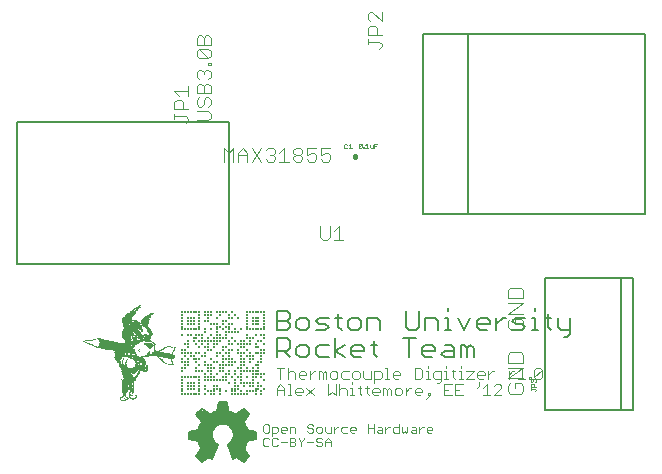
<source format=gto>
G75*
G70*
%OFA0B0*%
%FSLAX24Y24*%
%IPPOS*%
%LPD*%
%AMOC8*
5,1,8,0,0,1.08239X$1,22.5*
%
%ADD10C,0.0060*%
%ADD11C,0.0030*%
%ADD12R,0.0098X0.0098*%
%ADD13R,0.0060X0.0020*%
%ADD14R,0.0020X0.0020*%
%ADD15R,0.0100X0.0020*%
%ADD16R,0.0040X0.0020*%
%ADD17R,0.0080X0.0020*%
%ADD18R,0.0120X0.0020*%
%ADD19R,0.0140X0.0020*%
%ADD20R,0.0200X0.0020*%
%ADD21R,0.0160X0.0020*%
%ADD22R,0.0180X0.0020*%
%ADD23R,0.0220X0.0020*%
%ADD24R,0.0360X0.0020*%
%ADD25R,0.0340X0.0020*%
%ADD26R,0.0320X0.0020*%
%ADD27R,0.0420X0.0020*%
%ADD28R,0.0440X0.0020*%
%ADD29R,0.0400X0.0020*%
%ADD30R,0.0380X0.0020*%
%ADD31R,0.0300X0.0020*%
%ADD32R,0.0460X0.0020*%
%ADD33R,0.0480X0.0020*%
%ADD34R,0.0520X0.0020*%
%ADD35R,0.0540X0.0020*%
%ADD36R,0.0260X0.0020*%
%ADD37R,0.0580X0.0020*%
%ADD38R,0.0800X0.0020*%
%ADD39R,0.0280X0.0020*%
%ADD40R,0.0240X0.0020*%
%ADD41R,0.0500X0.0020*%
%ADD42R,0.0620X0.0020*%
%ADD43R,0.0760X0.0020*%
%ADD44R,0.0840X0.0020*%
%ADD45R,0.0780X0.0020*%
%ADD46R,0.0680X0.0020*%
%ADD47R,0.0660X0.0020*%
%ADD48R,0.0880X0.0020*%
%ADD49R,0.1080X0.0020*%
%ADD50R,0.1180X0.0020*%
%ADD51R,0.1240X0.0020*%
%ADD52R,0.1200X0.0020*%
%ADD53R,0.1100X0.0020*%
%ADD54R,0.1060X0.0020*%
%ADD55R,0.1040X0.0020*%
%ADD56R,0.1020X0.0020*%
%ADD57R,0.0700X0.0020*%
%ADD58R,0.0600X0.0020*%
%ADD59R,0.0560X0.0020*%
%ADD60C,0.0040*%
%ADD61C,0.0050*%
%ADD62C,0.0160*%
%ADD63C,0.0010*%
%ADD64C,0.0080*%
D10*
X005901Y001981D02*
X005901Y002241D01*
X006201Y002301D01*
X006251Y002281D02*
X006351Y002581D01*
X006151Y002781D01*
X006301Y002931D01*
X006601Y002781D01*
X006901Y002931D01*
X006851Y002931D01*
X006901Y003181D01*
X007151Y003181D01*
X007151Y002881D01*
X007451Y002781D01*
X007701Y002931D01*
X007851Y002831D01*
X007701Y002531D01*
X007801Y002281D01*
X008101Y002231D01*
X008101Y001981D01*
X007801Y001981D01*
X007701Y001631D01*
X007851Y001431D01*
X007701Y001281D01*
X007501Y001431D01*
X007401Y001381D01*
X007201Y001781D01*
X007401Y001981D01*
X007401Y002231D01*
X007251Y002481D01*
X007001Y002531D01*
X006701Y002431D01*
X006751Y002431D01*
X006601Y002181D01*
X006701Y001881D01*
X006801Y001781D01*
X006651Y001381D01*
X006551Y001431D01*
X006351Y001281D01*
X006201Y001431D01*
X006351Y001681D01*
X006251Y001931D01*
X005951Y002031D01*
X005951Y001981D01*
X005951Y002231D01*
X006251Y002281D01*
X006253Y002289D02*
X006666Y002289D01*
X006701Y002348D02*
X006273Y002348D01*
X006292Y002406D02*
X006736Y002406D01*
X006801Y002465D02*
X006312Y002465D01*
X006331Y002523D02*
X006976Y002523D01*
X007042Y002523D02*
X007704Y002523D01*
X007721Y002551D02*
X007901Y002811D01*
X007711Y002991D01*
X007451Y002811D01*
X007508Y002816D02*
X007843Y002816D01*
X007814Y002757D02*
X006175Y002757D01*
X006185Y002816D02*
X006532Y002816D01*
X006581Y002811D02*
X006321Y002991D01*
X006131Y002811D01*
X006311Y002551D01*
X006351Y002582D02*
X007726Y002582D01*
X007755Y002640D02*
X006292Y002640D01*
X006234Y002699D02*
X007785Y002699D01*
X007786Y002874D02*
X007606Y002874D01*
X007348Y002816D02*
X006670Y002816D01*
X006787Y002874D02*
X007172Y002874D01*
X007201Y002911D02*
X007151Y003231D01*
X006881Y003231D01*
X006831Y002911D01*
X006851Y002933D02*
X007151Y002933D01*
X007151Y002991D02*
X006863Y002991D01*
X006875Y003050D02*
X007151Y003050D01*
X007151Y003109D02*
X006886Y003109D01*
X006898Y003167D02*
X007151Y003167D01*
X007261Y002465D02*
X007728Y002465D01*
X007751Y002406D02*
X007296Y002406D01*
X007331Y002348D02*
X007774Y002348D01*
X007798Y002289D02*
X007366Y002289D01*
X007401Y002230D02*
X008101Y002230D01*
X008131Y002241D02*
X008131Y001981D01*
X007831Y001931D01*
X007788Y001938D02*
X007357Y001938D01*
X007401Y001996D02*
X008101Y001996D01*
X008101Y002055D02*
X007401Y002055D01*
X007401Y002113D02*
X008101Y002113D01*
X008101Y002172D02*
X007401Y002172D01*
X007299Y001879D02*
X007772Y001879D01*
X007755Y001821D02*
X007240Y001821D01*
X007211Y001762D02*
X007738Y001762D01*
X007722Y001704D02*
X007240Y001704D01*
X007269Y001645D02*
X007705Y001645D01*
X007731Y001661D02*
X007901Y001421D01*
X007711Y001231D01*
X007471Y001401D01*
X007371Y001341D01*
X007181Y001791D01*
X007731Y001661D02*
X007754Y001702D01*
X007775Y001745D01*
X007793Y001790D01*
X007808Y001835D01*
X007821Y001881D01*
X007831Y001928D01*
X007735Y001586D02*
X007298Y001586D01*
X007328Y001528D02*
X007779Y001528D01*
X007822Y001469D02*
X007357Y001469D01*
X007386Y001411D02*
X007460Y001411D01*
X007528Y001411D02*
X007830Y001411D01*
X007772Y001352D02*
X007606Y001352D01*
X007685Y001294D02*
X007713Y001294D01*
X006861Y001791D02*
X006661Y001341D01*
X006561Y001401D01*
X006321Y001231D01*
X006141Y001421D01*
X006301Y001661D01*
X006329Y001645D02*
X006750Y001645D01*
X006772Y001704D02*
X006342Y001704D01*
X006319Y001762D02*
X006794Y001762D01*
X006762Y001821D02*
X006295Y001821D01*
X006272Y001879D02*
X006703Y001879D01*
X006682Y001938D02*
X006232Y001938D01*
X006201Y001931D02*
X005901Y001981D01*
X005951Y002055D02*
X006643Y002055D01*
X006624Y002113D02*
X005951Y002113D01*
X005951Y002172D02*
X006604Y002172D01*
X006630Y002230D02*
X005951Y002230D01*
X006056Y001996D02*
X006663Y001996D01*
X006584Y002815D02*
X006629Y002840D01*
X006676Y002863D01*
X006724Y002882D01*
X006773Y002899D01*
X006823Y002912D01*
X006415Y002874D02*
X006244Y002874D01*
X006861Y001801D02*
X006828Y001819D01*
X006798Y001840D01*
X006769Y001864D01*
X006743Y001891D01*
X006721Y001920D01*
X006701Y001952D01*
X006684Y001985D01*
X006671Y002020D01*
X006662Y002056D01*
X006656Y002093D01*
X006654Y002130D01*
X006656Y002167D01*
X006661Y002204D01*
X006671Y002240D01*
X006683Y002275D01*
X006700Y002309D01*
X006719Y002340D01*
X006742Y002370D01*
X006768Y002397D01*
X006796Y002421D01*
X006827Y002442D01*
X006859Y002460D01*
X006893Y002475D01*
X006929Y002486D01*
X006965Y002494D01*
X007002Y002498D01*
X007040Y002498D01*
X007077Y002494D01*
X007113Y002486D01*
X007149Y002475D01*
X007183Y002460D01*
X007215Y002442D01*
X007246Y002421D01*
X007274Y002397D01*
X007300Y002370D01*
X007323Y002340D01*
X007342Y002309D01*
X007359Y002275D01*
X007371Y002240D01*
X007381Y002204D01*
X007386Y002167D01*
X007388Y002130D01*
X007386Y002093D01*
X007380Y002056D01*
X007371Y002020D01*
X007358Y001985D01*
X007341Y001952D01*
X007321Y001920D01*
X007299Y001891D01*
X007273Y001864D01*
X007244Y001840D01*
X007214Y001819D01*
X007181Y001801D01*
X007830Y002302D02*
X007815Y002354D01*
X007796Y002405D01*
X007774Y002455D01*
X007749Y002503D01*
X007720Y002550D01*
X007831Y002301D02*
X008131Y002241D01*
X007455Y002813D02*
X007408Y002840D01*
X007359Y002863D01*
X007309Y002883D01*
X007258Y002900D01*
X007206Y002914D01*
X006312Y002546D02*
X006285Y002500D01*
X006261Y002452D01*
X006240Y002403D01*
X006222Y002352D01*
X006208Y002301D01*
X006294Y001586D02*
X006728Y001586D01*
X006706Y001528D02*
X006259Y001528D01*
X006224Y001469D02*
X006684Y001469D01*
X006662Y001411D02*
X006592Y001411D01*
X006524Y001411D02*
X006222Y001411D01*
X006280Y001352D02*
X006445Y001352D01*
X006367Y001294D02*
X006339Y001294D01*
X006305Y001664D02*
X006277Y001714D01*
X006253Y001766D01*
X006232Y001819D01*
X006215Y001874D01*
X006202Y001930D01*
X008831Y004711D02*
X008831Y005352D01*
X009151Y005352D01*
X009258Y005245D01*
X009258Y005032D01*
X009151Y004925D01*
X008831Y004925D01*
X009044Y004925D02*
X009258Y004711D01*
X009475Y004818D02*
X009582Y004711D01*
X009796Y004711D01*
X009902Y004818D01*
X009902Y005032D01*
X009796Y005138D01*
X009582Y005138D01*
X009475Y005032D01*
X009475Y004818D01*
X010120Y004818D02*
X010227Y004711D01*
X010547Y004711D01*
X010765Y004711D02*
X010765Y005352D01*
X010547Y005138D02*
X010227Y005138D01*
X010120Y005032D01*
X010120Y004818D01*
X010765Y004925D02*
X011085Y005138D01*
X011302Y005032D02*
X011302Y004818D01*
X011408Y004711D01*
X011622Y004711D01*
X011729Y004925D02*
X011302Y004925D01*
X011302Y005032D02*
X011408Y005138D01*
X011622Y005138D01*
X011729Y005032D01*
X011729Y004925D01*
X011946Y005138D02*
X012160Y005138D01*
X012053Y005245D02*
X012053Y004818D01*
X012160Y004711D01*
X013020Y005352D02*
X013447Y005352D01*
X013234Y005352D02*
X013234Y004711D01*
X013665Y004818D02*
X013665Y005032D01*
X013772Y005138D01*
X013985Y005138D01*
X014092Y005032D01*
X014092Y004925D01*
X013665Y004925D01*
X013665Y004818D02*
X013772Y004711D01*
X013985Y004711D01*
X014309Y004818D02*
X014416Y004711D01*
X014736Y004711D01*
X014736Y005032D01*
X014630Y005138D01*
X014416Y005138D01*
X014416Y004925D02*
X014736Y004925D01*
X014954Y005138D02*
X014954Y004711D01*
X015167Y004711D02*
X015167Y005032D01*
X015274Y005138D01*
X015381Y005032D01*
X015381Y004711D01*
X015167Y005032D02*
X015061Y005138D01*
X014954Y005138D01*
X015060Y005611D02*
X015274Y006038D01*
X015491Y005932D02*
X015598Y006038D01*
X015811Y006038D01*
X015918Y005932D01*
X015918Y005825D01*
X015491Y005825D01*
X015491Y005718D02*
X015491Y005932D01*
X015491Y005718D02*
X015598Y005611D01*
X015811Y005611D01*
X016136Y005611D02*
X016136Y006038D01*
X016136Y005825D02*
X016349Y006038D01*
X016456Y006038D01*
X016673Y005932D02*
X016779Y006038D01*
X017100Y006038D01*
X017317Y006038D02*
X017424Y006038D01*
X017424Y005611D01*
X017317Y005611D02*
X017531Y005611D01*
X017854Y005718D02*
X017854Y006145D01*
X017960Y006038D02*
X017747Y006038D01*
X017424Y006252D02*
X017424Y006359D01*
X016993Y005825D02*
X016779Y005825D01*
X016673Y005932D01*
X016673Y005611D02*
X016993Y005611D01*
X017100Y005718D01*
X016993Y005825D01*
X017854Y005718D02*
X017960Y005611D01*
X018177Y005718D02*
X018283Y005611D01*
X018604Y005611D01*
X018604Y005505D02*
X018497Y005398D01*
X018390Y005398D01*
X018604Y005505D02*
X018604Y006038D01*
X018177Y006038D02*
X018177Y005718D01*
X015060Y005611D02*
X014847Y006038D01*
X014524Y006038D02*
X014524Y005611D01*
X014630Y005611D02*
X014417Y005611D01*
X014199Y005611D02*
X014199Y005932D01*
X014093Y006038D01*
X013772Y006038D01*
X013772Y005611D01*
X013555Y005718D02*
X013555Y006252D01*
X013128Y006252D02*
X013128Y005718D01*
X013235Y005611D01*
X013448Y005611D01*
X013555Y005718D01*
X014417Y006038D02*
X014524Y006038D01*
X014524Y006252D02*
X014524Y006359D01*
X014416Y004925D02*
X014309Y004818D01*
X012266Y005611D02*
X012266Y005932D01*
X012159Y006038D01*
X011839Y006038D01*
X011839Y005611D01*
X011621Y005718D02*
X011621Y005932D01*
X011514Y006038D01*
X011301Y006038D01*
X011194Y005932D01*
X011194Y005718D01*
X011301Y005611D01*
X011514Y005611D01*
X011621Y005718D01*
X010978Y005611D02*
X010871Y005718D01*
X010871Y006145D01*
X010765Y006038D02*
X010978Y006038D01*
X010547Y006038D02*
X010227Y006038D01*
X010120Y005932D01*
X010227Y005825D01*
X010440Y005825D01*
X010547Y005718D01*
X010440Y005611D01*
X010120Y005611D01*
X009902Y005718D02*
X009902Y005932D01*
X009796Y006038D01*
X009582Y006038D01*
X009475Y005932D01*
X009475Y005718D01*
X009582Y005611D01*
X009796Y005611D01*
X009902Y005718D01*
X009258Y005718D02*
X009151Y005611D01*
X008831Y005611D01*
X008831Y006252D01*
X009151Y006252D01*
X009258Y006145D01*
X009258Y006038D01*
X009151Y005932D01*
X008831Y005932D01*
X009151Y005932D02*
X009258Y005825D01*
X009258Y005718D01*
X010765Y004925D02*
X011085Y004711D01*
D11*
X011026Y004243D02*
X010964Y004182D01*
X010964Y004058D01*
X011026Y003996D01*
X011211Y003996D01*
X011333Y004058D02*
X011333Y004182D01*
X011394Y004243D01*
X011518Y004243D01*
X011580Y004182D01*
X011580Y004058D01*
X011518Y003996D01*
X011394Y003996D01*
X011333Y004058D01*
X011333Y003878D02*
X011333Y003817D01*
X011333Y003693D02*
X011333Y003446D01*
X011271Y003446D02*
X011395Y003446D01*
X011579Y003508D02*
X011579Y003755D01*
X011640Y003693D02*
X011517Y003693D01*
X011333Y003693D02*
X011271Y003693D01*
X011150Y003632D02*
X011150Y003446D01*
X011150Y003632D02*
X011088Y003693D01*
X010965Y003693D01*
X010903Y003632D01*
X010903Y003817D02*
X010903Y003446D01*
X010782Y003446D02*
X010782Y003817D01*
X010781Y003996D02*
X010843Y004058D01*
X010843Y004182D01*
X010781Y004243D01*
X010658Y004243D01*
X010596Y004182D01*
X010596Y004058D01*
X010658Y003996D01*
X010781Y003996D01*
X010535Y003817D02*
X010535Y003446D01*
X010658Y003570D01*
X010782Y003446D01*
X010475Y003996D02*
X010475Y004182D01*
X010413Y004243D01*
X010351Y004182D01*
X010351Y003996D01*
X010228Y003996D02*
X010228Y004243D01*
X010289Y004243D01*
X010351Y004182D01*
X010106Y004243D02*
X010044Y004243D01*
X009921Y004120D01*
X009799Y004120D02*
X009553Y004120D01*
X009553Y004058D02*
X009553Y004182D01*
X009614Y004243D01*
X009738Y004243D01*
X009799Y004182D01*
X009799Y004120D01*
X009738Y003996D02*
X009614Y003996D01*
X009553Y004058D01*
X009431Y003996D02*
X009431Y004182D01*
X009369Y004243D01*
X009246Y004243D01*
X009184Y004182D01*
X009184Y004367D02*
X009184Y003996D01*
X009184Y003817D02*
X009246Y003817D01*
X009246Y003446D01*
X009184Y003446D02*
X009308Y003446D01*
X009430Y003508D02*
X009430Y003632D01*
X009491Y003693D01*
X009615Y003693D01*
X009677Y003632D01*
X009677Y003570D01*
X009430Y003570D01*
X009430Y003508D02*
X009491Y003446D01*
X009615Y003446D01*
X009798Y003446D02*
X010045Y003693D01*
X009798Y003693D02*
X010045Y003446D01*
X009921Y003996D02*
X009921Y004243D01*
X009063Y004367D02*
X008816Y004367D01*
X008939Y004367D02*
X008939Y003996D01*
X008939Y003817D02*
X009063Y003693D01*
X009063Y003446D01*
X009063Y003632D02*
X008816Y003632D01*
X008816Y003693D02*
X008939Y003817D01*
X008816Y003693D02*
X008816Y003446D01*
X008511Y002487D02*
X008414Y002487D01*
X008366Y002438D01*
X008366Y002245D01*
X008414Y002196D01*
X008511Y002196D01*
X008559Y002245D01*
X008559Y002438D01*
X008511Y002487D01*
X008661Y002390D02*
X008806Y002390D01*
X008854Y002342D01*
X008854Y002245D01*
X008806Y002196D01*
X008661Y002196D01*
X008661Y002100D02*
X008661Y002390D01*
X008955Y002342D02*
X009004Y002390D01*
X009100Y002390D01*
X009149Y002342D01*
X009149Y002293D01*
X008955Y002293D01*
X008955Y002245D02*
X008955Y002342D01*
X008955Y002245D02*
X009004Y002196D01*
X009100Y002196D01*
X009250Y002196D02*
X009250Y002390D01*
X009395Y002390D01*
X009443Y002342D01*
X009443Y002196D01*
X009395Y002037D02*
X009250Y002037D01*
X009250Y001746D01*
X009395Y001746D01*
X009443Y001795D01*
X009443Y001843D01*
X009395Y001892D01*
X009250Y001892D01*
X009149Y001892D02*
X008955Y001892D01*
X008854Y001988D02*
X008806Y002037D01*
X008709Y002037D01*
X008661Y001988D01*
X008661Y001795D01*
X008709Y001746D01*
X008806Y001746D01*
X008854Y001795D01*
X008559Y001795D02*
X008511Y001746D01*
X008414Y001746D01*
X008366Y001795D01*
X008366Y001988D01*
X008414Y002037D01*
X008511Y002037D01*
X008559Y001988D01*
X009395Y002037D02*
X009443Y001988D01*
X009443Y001940D01*
X009395Y001892D01*
X009545Y001988D02*
X009641Y001892D01*
X009641Y001746D01*
X009641Y001892D02*
X009738Y001988D01*
X009738Y002037D01*
X009839Y001892D02*
X010033Y001892D01*
X010134Y001940D02*
X010182Y001892D01*
X010279Y001892D01*
X010327Y001843D01*
X010327Y001795D01*
X010279Y001746D01*
X010182Y001746D01*
X010134Y001795D01*
X010134Y001940D02*
X010134Y001988D01*
X010182Y002037D01*
X010279Y002037D01*
X010327Y001988D01*
X010428Y001940D02*
X010525Y002037D01*
X010622Y001940D01*
X010622Y001746D01*
X010622Y001892D02*
X010428Y001892D01*
X010428Y001940D02*
X010428Y001746D01*
X010477Y002196D02*
X010622Y002196D01*
X010622Y002390D01*
X010723Y002390D02*
X010723Y002196D01*
X010723Y002293D02*
X010820Y002390D01*
X010868Y002390D01*
X010969Y002342D02*
X011017Y002390D01*
X011162Y002390D01*
X011263Y002342D02*
X011312Y002390D01*
X011408Y002390D01*
X011457Y002342D01*
X011457Y002293D01*
X011263Y002293D01*
X011263Y002245D02*
X011263Y002342D01*
X011263Y002245D02*
X011312Y002196D01*
X011408Y002196D01*
X011162Y002196D02*
X011017Y002196D01*
X010969Y002245D01*
X010969Y002342D01*
X010477Y002196D02*
X010428Y002245D01*
X010428Y002390D01*
X010327Y002342D02*
X010279Y002390D01*
X010182Y002390D01*
X010134Y002342D01*
X010134Y002245D01*
X010182Y002196D01*
X010279Y002196D01*
X010327Y002245D01*
X010327Y002342D01*
X010033Y002293D02*
X010033Y002245D01*
X009984Y002196D01*
X009888Y002196D01*
X009839Y002245D01*
X009888Y002342D02*
X009984Y002342D01*
X010033Y002293D01*
X010033Y002438D02*
X009984Y002487D01*
X009888Y002487D01*
X009839Y002438D01*
X009839Y002390D01*
X009888Y002342D01*
X009545Y002037D02*
X009545Y001988D01*
X011579Y003508D02*
X011640Y003446D01*
X011824Y003508D02*
X011824Y003755D01*
X011762Y003693D02*
X011886Y003693D01*
X012008Y003632D02*
X012008Y003508D01*
X012070Y003446D01*
X012193Y003446D01*
X012255Y003570D02*
X012008Y003570D01*
X012008Y003632D02*
X012070Y003693D01*
X012193Y003693D01*
X012255Y003632D01*
X012255Y003570D01*
X012376Y003693D02*
X012438Y003693D01*
X012500Y003632D01*
X012561Y003693D01*
X012623Y003632D01*
X012623Y003446D01*
X012500Y003446D02*
X012500Y003632D01*
X012376Y003693D02*
X012376Y003446D01*
X012744Y003508D02*
X012806Y003446D01*
X012930Y003446D01*
X012991Y003508D01*
X012991Y003632D01*
X012930Y003693D01*
X012806Y003693D01*
X012744Y003632D01*
X012744Y003508D01*
X013113Y003446D02*
X013113Y003693D01*
X013113Y003570D02*
X013236Y003693D01*
X013298Y003693D01*
X013420Y003632D02*
X013420Y003508D01*
X013481Y003446D01*
X013605Y003446D01*
X013666Y003570D02*
X013420Y003570D01*
X013420Y003632D02*
X013481Y003693D01*
X013605Y003693D01*
X013666Y003632D01*
X013666Y003570D01*
X013850Y003508D02*
X013850Y003446D01*
X013911Y003446D01*
X013911Y003508D01*
X013850Y003508D01*
X013911Y003446D02*
X013788Y003323D01*
X014402Y003446D02*
X014402Y003817D01*
X014649Y003817D01*
X014770Y003817D02*
X014770Y003446D01*
X015017Y003446D01*
X014894Y003632D02*
X014770Y003632D01*
X014770Y003817D02*
X015017Y003817D01*
X015016Y003996D02*
X014893Y003996D01*
X014955Y003996D02*
X014955Y004243D01*
X014893Y004243D01*
X014771Y004243D02*
X014647Y004243D01*
X014709Y004305D02*
X014709Y004058D01*
X014771Y003996D01*
X014525Y003996D02*
X014402Y003996D01*
X014464Y003996D02*
X014464Y004243D01*
X014402Y004243D01*
X014280Y004243D02*
X014095Y004243D01*
X014034Y004182D01*
X014034Y004058D01*
X014095Y003996D01*
X014280Y003996D01*
X014280Y003935D02*
X014219Y003873D01*
X014157Y003873D01*
X014280Y003935D02*
X014280Y004243D01*
X014464Y004367D02*
X014464Y004428D01*
X014955Y004428D02*
X014955Y004367D01*
X015138Y004243D02*
X015385Y004243D01*
X015138Y003996D01*
X015385Y003996D01*
X015507Y004058D02*
X015507Y004182D01*
X015568Y004243D01*
X015692Y004243D01*
X015754Y004182D01*
X015754Y004120D01*
X015507Y004120D01*
X015507Y004058D02*
X015568Y003996D01*
X015692Y003996D01*
X015568Y003878D02*
X015568Y003755D01*
X015507Y003693D01*
X015691Y003693D02*
X015814Y003817D01*
X015814Y003446D01*
X015691Y003446D02*
X015938Y003446D01*
X016059Y003446D02*
X016306Y003693D01*
X016306Y003755D01*
X016244Y003817D01*
X016121Y003817D01*
X016059Y003755D01*
X016059Y003446D02*
X016306Y003446D01*
X016550Y003996D02*
X016550Y004243D01*
X016550Y004120D02*
X016674Y004243D01*
X016735Y004243D01*
X016857Y004243D02*
X016981Y004367D01*
X016981Y003996D01*
X017104Y003996D02*
X016857Y003996D01*
X017225Y003996D02*
X017287Y003996D01*
X017287Y004058D01*
X017225Y004058D01*
X017225Y003996D01*
X017410Y004058D02*
X017656Y004305D01*
X017656Y004058D01*
X017595Y003996D01*
X017471Y003996D01*
X017410Y004058D01*
X017410Y004305D01*
X017471Y004367D01*
X017595Y004367D01*
X017656Y004305D01*
X016060Y004243D02*
X015998Y004243D01*
X015875Y004120D01*
X015875Y004243D02*
X015875Y003996D01*
X014649Y003446D02*
X014402Y003446D01*
X014402Y003632D02*
X014525Y003632D01*
X013911Y003996D02*
X013788Y003996D01*
X013850Y003996D02*
X013850Y004243D01*
X013788Y004243D01*
X013667Y004305D02*
X013605Y004367D01*
X013420Y004367D01*
X013420Y003996D01*
X013605Y003996D01*
X013667Y004058D01*
X013667Y004305D01*
X013850Y004367D02*
X013850Y004428D01*
X012930Y004182D02*
X012930Y004120D01*
X012683Y004120D01*
X012683Y004058D02*
X012683Y004182D01*
X012745Y004243D01*
X012868Y004243D01*
X012930Y004182D01*
X012868Y003996D02*
X012745Y003996D01*
X012683Y004058D01*
X012561Y003996D02*
X012438Y003996D01*
X012499Y003996D02*
X012499Y004367D01*
X012438Y004367D01*
X012254Y004243D02*
X012316Y004182D01*
X012316Y004058D01*
X012254Y003996D01*
X012069Y003996D01*
X011948Y003996D02*
X011948Y004243D01*
X012069Y004243D02*
X012254Y004243D01*
X012069Y004243D02*
X012069Y003873D01*
X011948Y003996D02*
X011763Y003996D01*
X011701Y004058D01*
X011701Y004243D01*
X011211Y004243D02*
X011026Y004243D01*
X011824Y003508D02*
X011886Y003446D01*
X011853Y002487D02*
X011853Y002196D01*
X011853Y002342D02*
X012046Y002342D01*
X012147Y002245D02*
X012196Y002293D01*
X012341Y002293D01*
X012341Y002342D02*
X012341Y002196D01*
X012196Y002196D01*
X012147Y002245D01*
X012046Y002196D02*
X012046Y002487D01*
X012196Y002390D02*
X012292Y002390D01*
X012341Y002342D01*
X012442Y002390D02*
X012442Y002196D01*
X012442Y002293D02*
X012539Y002390D01*
X012587Y002390D01*
X012687Y002342D02*
X012736Y002390D01*
X012881Y002390D01*
X012881Y002487D02*
X012881Y002196D01*
X012736Y002196D01*
X012687Y002245D01*
X012687Y002342D01*
X012982Y002390D02*
X012982Y002245D01*
X013030Y002196D01*
X013079Y002245D01*
X013127Y002196D01*
X013175Y002245D01*
X013175Y002390D01*
X013325Y002390D02*
X013422Y002390D01*
X013470Y002342D01*
X013470Y002196D01*
X013325Y002196D01*
X013277Y002245D01*
X013325Y002293D01*
X013470Y002293D01*
X013571Y002293D02*
X013668Y002390D01*
X013716Y002390D01*
X013817Y002342D02*
X013865Y002390D01*
X013962Y002390D01*
X014010Y002342D01*
X014010Y002293D01*
X013817Y002293D01*
X013817Y002245D02*
X013817Y002342D01*
X013817Y002245D02*
X013865Y002196D01*
X013962Y002196D01*
X013571Y002196D02*
X013571Y002390D01*
D12*
X008406Y003673D03*
X008308Y003575D03*
X008308Y003476D03*
X008111Y003476D03*
X008111Y003575D03*
X008111Y003673D03*
X008209Y003673D03*
X008209Y003772D03*
X008209Y003870D03*
X008308Y003772D03*
X008406Y003968D03*
X008308Y004067D03*
X008308Y004165D03*
X008406Y004165D03*
X008209Y004165D03*
X008111Y004165D03*
X008111Y004067D03*
X008012Y004067D03*
X008012Y004165D03*
X008012Y004264D03*
X007914Y004264D03*
X007816Y004264D03*
X007816Y004362D03*
X007717Y004264D03*
X007619Y004264D03*
X007619Y004362D03*
X007619Y004461D03*
X007619Y004559D03*
X007717Y004559D03*
X007717Y004657D03*
X007619Y004657D03*
X007619Y004756D03*
X007619Y004854D03*
X007717Y004854D03*
X007816Y004756D03*
X007914Y004756D03*
X007914Y004854D03*
X008012Y004756D03*
X008012Y004657D03*
X007914Y004657D03*
X007914Y004559D03*
X008111Y004461D03*
X008209Y004461D03*
X008209Y004559D03*
X008308Y004559D03*
X008308Y004657D03*
X008308Y004756D03*
X008308Y004854D03*
X008406Y004854D03*
X008406Y004953D03*
X008308Y004953D03*
X008209Y005051D03*
X008111Y005051D03*
X008111Y005150D03*
X008209Y005248D03*
X008308Y005248D03*
X008406Y005346D03*
X008406Y005445D03*
X008308Y005445D03*
X008308Y005642D03*
X008406Y005642D03*
X008406Y005740D03*
X008406Y005839D03*
X008406Y005937D03*
X008406Y006035D03*
X008406Y006134D03*
X008406Y006232D03*
X008308Y006232D03*
X008209Y006232D03*
X008111Y006232D03*
X008012Y006232D03*
X007914Y006232D03*
X007816Y006232D03*
X007816Y006134D03*
X007816Y006035D03*
X007816Y005937D03*
X007816Y005839D03*
X007816Y005740D03*
X007816Y005642D03*
X007914Y005642D03*
X008012Y005642D03*
X008111Y005642D03*
X008209Y005642D03*
X008209Y005839D03*
X008209Y005937D03*
X008111Y005937D03*
X008111Y006035D03*
X008209Y006035D03*
X008012Y006035D03*
X008012Y005937D03*
X008012Y005839D03*
X008111Y005839D03*
X008111Y005445D03*
X008012Y005346D03*
X007914Y005346D03*
X007914Y005248D03*
X007914Y005150D03*
X007816Y005150D03*
X007717Y005150D03*
X007717Y005248D03*
X007619Y005248D03*
X007619Y005150D03*
X007520Y005150D03*
X007422Y005248D03*
X007323Y005346D03*
X007225Y005248D03*
X007225Y005150D03*
X007323Y005150D03*
X007323Y004953D03*
X007225Y004953D03*
X007225Y004854D03*
X007225Y004756D03*
X007225Y004657D03*
X007225Y004559D03*
X007323Y004559D03*
X007323Y004657D03*
X007422Y004559D03*
X007323Y004461D03*
X007225Y004461D03*
X007127Y004461D03*
X007028Y004461D03*
X007028Y004559D03*
X007028Y004657D03*
X007127Y004657D03*
X007028Y004756D03*
X006930Y004854D03*
X006831Y004854D03*
X006831Y004756D03*
X006831Y004559D03*
X006733Y004559D03*
X006634Y004657D03*
X006634Y004461D03*
X006536Y004461D03*
X006438Y004461D03*
X006438Y004559D03*
X006438Y004756D03*
X006438Y004854D03*
X006536Y004953D03*
X006536Y005051D03*
X006438Y005051D03*
X006536Y005150D03*
X006536Y005248D03*
X006536Y005346D03*
X006438Y005248D03*
X006339Y005248D03*
X006241Y005248D03*
X006339Y005346D03*
X006339Y005445D03*
X006241Y005445D03*
X006142Y005445D03*
X006142Y005346D03*
X006044Y005346D03*
X006044Y005248D03*
X006142Y005150D03*
X006241Y005051D03*
X006339Y005150D03*
X006241Y004854D03*
X006142Y004854D03*
X006044Y004756D03*
X006044Y004657D03*
X006142Y004657D03*
X006142Y004559D03*
X006241Y004657D03*
X006339Y004756D03*
X006241Y004461D03*
X006142Y004362D03*
X006142Y004264D03*
X006241Y004264D03*
X006339Y004264D03*
X006438Y004165D03*
X006438Y004067D03*
X006536Y004067D03*
X006634Y004067D03*
X006634Y004165D03*
X006634Y004264D03*
X006536Y004264D03*
X006536Y004362D03*
X006634Y004362D03*
X006733Y004362D03*
X006930Y004362D03*
X007028Y004362D03*
X007028Y004264D03*
X006930Y004264D03*
X006831Y004165D03*
X006733Y004067D03*
X006733Y003968D03*
X006831Y003968D03*
X006930Y003968D03*
X007028Y003968D03*
X007127Y003968D03*
X007127Y004067D03*
X007127Y004165D03*
X007225Y004165D03*
X007225Y004264D03*
X007422Y004264D03*
X007422Y004165D03*
X007520Y004067D03*
X007619Y004067D03*
X007619Y004165D03*
X007619Y003968D03*
X007619Y003870D03*
X007717Y003870D03*
X007717Y003772D03*
X007816Y003870D03*
X007914Y003870D03*
X008012Y003870D03*
X008012Y003968D03*
X008012Y003772D03*
X007914Y003772D03*
X007914Y003575D03*
X008012Y003575D03*
X007816Y003575D03*
X007816Y003476D03*
X007717Y003476D03*
X007619Y003476D03*
X007619Y003575D03*
X007520Y003673D03*
X007422Y003673D03*
X007422Y003575D03*
X007323Y003575D03*
X007323Y003673D03*
X007422Y003772D03*
X007422Y003870D03*
X007422Y003968D03*
X007323Y004067D03*
X007225Y003870D03*
X007028Y004067D03*
X006831Y003772D03*
X006733Y003772D03*
X006733Y003673D03*
X006733Y003575D03*
X006634Y003575D03*
X006536Y003575D03*
X006438Y003673D03*
X006438Y003772D03*
X006438Y003968D03*
X006536Y003968D03*
X006634Y003968D03*
X006831Y003673D03*
X006930Y003673D03*
X006930Y003575D03*
X006930Y003476D03*
X006733Y003476D03*
X006634Y003476D03*
X006438Y003476D03*
X006241Y003476D03*
X006142Y003476D03*
X006044Y003476D03*
X005945Y003476D03*
X005847Y003476D03*
X005749Y003476D03*
X005650Y003476D03*
X005650Y003575D03*
X005650Y003673D03*
X005650Y003772D03*
X005650Y003870D03*
X005650Y003968D03*
X005650Y004067D03*
X005749Y004067D03*
X005847Y004067D03*
X005945Y004067D03*
X006044Y004067D03*
X006142Y004067D03*
X006241Y004067D03*
X006241Y003968D03*
X006241Y003870D03*
X006241Y003772D03*
X006241Y003673D03*
X006241Y003575D03*
X006044Y003673D03*
X005945Y003673D03*
X005847Y003673D03*
X005847Y003772D03*
X005847Y003870D03*
X005945Y003870D03*
X005945Y003772D03*
X006044Y003772D03*
X006044Y003870D03*
X005650Y004264D03*
X005650Y004362D03*
X005749Y004362D03*
X005749Y004461D03*
X005847Y004461D03*
X005847Y004559D03*
X005847Y004657D03*
X005749Y004559D03*
X005650Y004559D03*
X005650Y004657D03*
X005749Y004756D03*
X005749Y004854D03*
X005847Y004854D03*
X005945Y004854D03*
X005945Y004756D03*
X005749Y004953D03*
X005650Y004953D03*
X005650Y004854D03*
X005847Y005051D03*
X005847Y005150D03*
X005847Y005248D03*
X005749Y005150D03*
X005847Y005445D03*
X005945Y005445D03*
X005945Y005642D03*
X005847Y005642D03*
X005749Y005642D03*
X005650Y005642D03*
X005650Y005740D03*
X005650Y005839D03*
X005650Y005937D03*
X005650Y006035D03*
X005650Y006134D03*
X005650Y006232D03*
X005749Y006232D03*
X005847Y006232D03*
X005945Y006232D03*
X006044Y006232D03*
X006142Y006232D03*
X006241Y006232D03*
X006241Y006134D03*
X006241Y006035D03*
X006241Y005937D03*
X006241Y005839D03*
X006241Y005740D03*
X006241Y005642D03*
X006142Y005642D03*
X006044Y005642D03*
X006044Y005839D03*
X006044Y005937D03*
X006044Y006035D03*
X005945Y006035D03*
X005847Y006035D03*
X005847Y005937D03*
X005945Y005937D03*
X005945Y005839D03*
X005847Y005839D03*
X005650Y005445D03*
X006438Y005543D03*
X006438Y005642D03*
X006634Y005642D03*
X006634Y005839D03*
X006733Y005839D03*
X006831Y005839D03*
X006831Y005740D03*
X006831Y005642D03*
X006831Y005543D03*
X006831Y005445D03*
X006831Y005346D03*
X006831Y005248D03*
X006733Y005248D03*
X006733Y005346D03*
X006634Y005248D03*
X006733Y005150D03*
X006831Y005150D03*
X006930Y005248D03*
X006930Y005346D03*
X007028Y005346D03*
X007127Y005346D03*
X007127Y005445D03*
X007127Y005543D03*
X007225Y005543D03*
X007323Y005543D03*
X007422Y005543D03*
X007520Y005543D03*
X007422Y005642D03*
X007619Y005642D03*
X007816Y005445D03*
X007816Y005346D03*
X007717Y005051D03*
X007619Y005051D03*
X007520Y004953D03*
X007520Y004854D03*
X007816Y004953D03*
X008111Y004854D03*
X008209Y004854D03*
X008406Y005150D03*
X007717Y004461D03*
X007520Y004362D03*
X007816Y004067D03*
X008012Y004362D03*
X008111Y004264D03*
X008209Y004264D03*
X008209Y004362D03*
X007520Y003772D03*
X007520Y003476D03*
X007422Y003476D03*
X007323Y003476D03*
X007127Y003575D03*
X006930Y004461D03*
X007127Y004854D03*
X007028Y004953D03*
X007028Y005051D03*
X007127Y005051D03*
X006733Y005051D03*
X006634Y004953D03*
X006634Y005445D03*
X006930Y005445D03*
X007028Y005642D03*
X006930Y005740D03*
X007028Y005839D03*
X007028Y005937D03*
X007127Y005937D03*
X007225Y006035D03*
X007323Y006035D03*
X007225Y006134D03*
X007323Y006232D03*
X007422Y006134D03*
X007520Y006035D03*
X007323Y005839D03*
X007225Y005839D03*
X007225Y005740D03*
X007225Y005642D03*
X007127Y005740D03*
X006831Y006035D03*
X006930Y006134D03*
X006930Y006232D03*
X007028Y006232D03*
X007127Y006232D03*
X006831Y006232D03*
X006634Y006232D03*
X006536Y006232D03*
X006536Y006134D03*
X006438Y006134D03*
X006438Y006232D03*
X006634Y006134D03*
X006536Y006035D03*
X006536Y005937D03*
X006438Y005937D03*
D13*
X005131Y004491D03*
X004751Y004911D03*
X004471Y004751D03*
X004111Y004791D03*
X004071Y004911D03*
X004051Y005071D03*
X004071Y005331D03*
X004071Y005351D03*
X004151Y005371D03*
X004351Y005351D03*
X004631Y005171D03*
X004691Y005191D03*
X004331Y005571D03*
X004271Y005831D03*
X004171Y005851D03*
X004151Y006271D03*
X004171Y006291D03*
X004131Y006331D03*
X004071Y006291D03*
X004031Y006271D03*
X004011Y006251D03*
X003951Y006211D03*
X002791Y005051D03*
X002751Y005071D03*
X002691Y005091D03*
X002651Y005111D03*
X002551Y005151D03*
X002511Y005171D03*
X002451Y005191D03*
X002391Y005231D03*
X003691Y004471D03*
X003991Y004651D03*
X003951Y004791D03*
X004231Y004211D03*
X004211Y004171D03*
X004191Y004151D03*
X004191Y004131D03*
X004151Y004071D03*
X004131Y004051D03*
X003971Y003331D03*
X004031Y003291D03*
X003831Y003371D03*
X003751Y003271D03*
X003711Y003251D03*
X003671Y003271D03*
D14*
X003631Y003291D03*
X003631Y003311D03*
X003631Y003331D03*
X003631Y003351D03*
X003711Y003411D03*
X003711Y003431D03*
X003711Y003451D03*
X003771Y003411D03*
X003791Y003391D03*
X003791Y003431D03*
X003791Y003471D03*
X003791Y003491D03*
X003831Y003571D03*
X003931Y003491D03*
X003951Y003451D03*
X003951Y003431D03*
X003991Y003431D03*
X004011Y003411D03*
X004011Y003491D03*
X004011Y003511D03*
X004051Y003611D03*
X004051Y003631D03*
X004051Y003651D03*
X004051Y003671D03*
X004051Y003691D03*
X004051Y003711D03*
X004051Y003731D03*
X004051Y003751D03*
X004051Y003771D03*
X004051Y003791D03*
X004051Y003811D03*
X004051Y003831D03*
X004051Y003851D03*
X004051Y003871D03*
X004111Y003971D03*
X003671Y003951D03*
X003931Y003391D03*
X003931Y003371D03*
X003871Y003351D03*
X003831Y003351D03*
X003771Y003311D03*
X004071Y003311D03*
X004131Y003351D03*
X004151Y003391D03*
X004271Y004451D03*
X004151Y004551D03*
X004111Y004511D03*
X003851Y004611D03*
X003831Y004591D03*
X003811Y004571D03*
X003811Y004551D03*
X003791Y004511D03*
X003791Y004491D03*
X003791Y004471D03*
X003691Y004491D03*
X003691Y004511D03*
X003691Y004531D03*
X003691Y004551D03*
X003691Y004571D03*
X003691Y004591D03*
X003711Y004611D03*
X003711Y004631D03*
X003731Y004651D03*
X003831Y004791D03*
X003851Y004811D03*
X003871Y004791D03*
X003811Y004811D03*
X004211Y004911D03*
X004251Y004891D03*
X004251Y004951D03*
X004571Y004851D03*
X004591Y004871D03*
X004591Y004891D03*
X004751Y004931D03*
X004751Y004951D03*
X004771Y004971D03*
X004771Y004991D03*
X004771Y005011D03*
X004771Y005031D03*
X004771Y005051D03*
X004771Y005071D03*
X004771Y005091D03*
X004771Y005111D03*
X004751Y005151D03*
X004651Y005431D03*
X004491Y005451D03*
X004411Y005471D03*
X004351Y005551D03*
X004371Y005331D03*
X004171Y005411D03*
X004071Y005451D03*
X004031Y005391D03*
X004011Y005371D03*
X004011Y005351D03*
X004011Y005331D03*
X004191Y005831D03*
X004331Y005771D03*
X004491Y005731D03*
X004231Y006331D03*
X005211Y005071D03*
X005411Y004951D03*
X005411Y004931D03*
X005391Y004911D03*
X005391Y004891D03*
X005371Y004871D03*
X005371Y004851D03*
X005351Y004831D03*
X005351Y004811D03*
X005431Y004971D03*
X005431Y004991D03*
X005311Y004631D03*
X005331Y004611D03*
X005331Y004591D03*
X005331Y004571D03*
X005351Y004551D03*
X005351Y004531D03*
X005351Y004511D03*
X005371Y004491D03*
X005091Y004511D03*
X005071Y004531D03*
X005051Y004551D03*
X004951Y004631D03*
X004891Y004691D03*
X004451Y004511D03*
X004411Y004591D03*
D15*
X004571Y004811D03*
X004151Y004471D03*
X004051Y004171D03*
X003571Y004511D03*
X004051Y004971D03*
X004051Y005091D03*
X004051Y005311D03*
X004311Y005371D03*
X003931Y005551D03*
X004671Y006151D03*
X004091Y006231D03*
X002751Y005291D03*
X003731Y003551D03*
X003811Y003291D03*
D16*
X003861Y003311D03*
X003861Y003331D03*
X003941Y003351D03*
X003941Y003411D03*
X003941Y003471D03*
X003941Y003511D03*
X004021Y003531D03*
X004041Y003591D03*
X003861Y003631D03*
X003841Y003591D03*
X003821Y003551D03*
X003721Y003471D03*
X003701Y003391D03*
X003661Y003371D03*
X004001Y003311D03*
X004101Y003331D03*
X004141Y003371D03*
X004121Y003411D03*
X004161Y004091D03*
X004181Y004111D03*
X004221Y004191D03*
X004241Y004231D03*
X004261Y004251D03*
X004481Y004291D03*
X004481Y004311D03*
X004481Y004331D03*
X004481Y004351D03*
X004481Y004371D03*
X004481Y004391D03*
X004481Y004411D03*
X004481Y004431D03*
X004441Y004531D03*
X004441Y004551D03*
X004421Y004571D03*
X004401Y004611D03*
X004381Y004631D03*
X004501Y004771D03*
X004521Y004791D03*
X004561Y004831D03*
X004601Y004991D03*
X004761Y005131D03*
X004741Y005171D03*
X004641Y005411D03*
X004661Y005451D03*
X004501Y005351D03*
X004421Y005351D03*
X004421Y005331D03*
X004401Y005371D03*
X004221Y005371D03*
X004141Y005391D03*
X004121Y005411D03*
X004081Y005371D03*
X004041Y005411D03*
X004141Y005331D03*
X004141Y005311D03*
X003761Y005151D03*
X003981Y004911D03*
X004081Y004851D03*
X004101Y004811D03*
X004121Y004571D03*
X004161Y004531D03*
X003801Y004531D03*
X003781Y004451D03*
X003781Y004431D03*
X003841Y004771D03*
X004881Y004711D03*
X004921Y004671D03*
X004941Y004651D03*
X004981Y004611D03*
X005001Y004591D03*
X005021Y004571D03*
X005301Y004651D03*
X005001Y004951D03*
X004961Y004931D03*
X004921Y004911D03*
X005041Y004971D03*
X005061Y004991D03*
X005101Y005011D03*
X005141Y005031D03*
X005421Y005011D03*
X004481Y005751D03*
X004441Y005731D03*
X004421Y005751D03*
X004381Y005731D03*
X004361Y005751D03*
X004261Y005751D03*
X004241Y005771D03*
X004221Y005791D03*
X004201Y005811D03*
X004241Y005851D03*
X003981Y006231D03*
X004201Y006311D03*
X004241Y006351D03*
X004261Y006411D03*
X002401Y005211D03*
D17*
X002601Y005131D03*
X003581Y004491D03*
X003601Y004471D03*
X003961Y004671D03*
X003961Y004811D03*
X003821Y004831D03*
X004161Y004451D03*
X004121Y004031D03*
X003961Y003591D03*
X003941Y003531D03*
X003721Y003491D03*
X004561Y004751D03*
X004601Y005011D03*
X004481Y005211D03*
X004581Y005351D03*
X004581Y005431D03*
X004581Y005451D03*
X004421Y005451D03*
X004321Y005591D03*
X004481Y005711D03*
X004081Y005431D03*
X004121Y006251D03*
X004101Y006311D03*
X004161Y006351D03*
X004241Y006391D03*
X004701Y006171D03*
X005341Y005031D03*
D18*
X004601Y005031D03*
X004521Y005171D03*
X004601Y005211D03*
X004541Y005331D03*
X004561Y005371D03*
X004621Y005471D03*
X004621Y005491D03*
X004501Y005691D03*
X004301Y005611D03*
X004281Y005631D03*
X004181Y005871D03*
X004141Y005891D03*
X004061Y005851D03*
X004061Y005931D03*
X004641Y006131D03*
X004221Y006371D03*
X004261Y005331D03*
X004101Y004671D03*
X004421Y004231D03*
X003961Y003771D03*
X003961Y003751D03*
X003961Y003631D03*
X003961Y003611D03*
X003981Y003571D03*
X003981Y003551D03*
X003741Y003571D03*
X003741Y003591D03*
X003741Y003511D03*
X003561Y004531D03*
X003561Y004551D03*
X002621Y005271D03*
X002501Y005251D03*
D19*
X002891Y005311D03*
X003551Y004571D03*
X003631Y004451D03*
X003651Y004431D03*
X003931Y004691D03*
X004331Y004551D03*
X004331Y004531D03*
X004611Y005051D03*
X004531Y005291D03*
X004451Y005431D03*
X004571Y005571D03*
X004571Y005591D03*
X004551Y005611D03*
X004551Y005631D03*
X004531Y005651D03*
X004511Y005671D03*
X004451Y005771D03*
X004571Y006091D03*
X004611Y006111D03*
X004071Y006211D03*
X004291Y005311D03*
X004051Y005111D03*
X005231Y005051D03*
X003951Y003731D03*
X003951Y003711D03*
X003751Y003531D03*
D20*
X003761Y003611D03*
X003761Y003731D03*
X003541Y004631D03*
X003541Y004651D03*
X004181Y005511D03*
X004501Y005411D03*
X004541Y005391D03*
X004541Y005231D03*
X004441Y005831D03*
X003781Y005791D03*
D21*
X004061Y005831D03*
X004561Y006071D03*
X004581Y005551D03*
X004601Y005531D03*
X004601Y005511D03*
X004201Y005351D03*
X004081Y005291D03*
X004081Y005271D03*
X004121Y004651D03*
X004181Y004491D03*
X004301Y004571D03*
X004301Y004651D03*
X004361Y004711D03*
X004481Y004731D03*
X004401Y004491D03*
X004401Y004471D03*
X004401Y004451D03*
X003541Y004591D03*
X003541Y004611D03*
X003741Y003651D03*
X003741Y003631D03*
X003941Y003671D03*
X003941Y003691D03*
D22*
X003931Y003651D03*
X003751Y003671D03*
X003751Y003691D03*
X003751Y003711D03*
X004331Y004291D03*
X004411Y004251D03*
X004291Y004671D03*
X004591Y005071D03*
X004531Y005251D03*
X004511Y005311D03*
X004351Y005291D03*
X004291Y005411D03*
X004051Y005131D03*
X003771Y005551D03*
X002971Y005291D03*
X004511Y006031D03*
X004531Y006051D03*
X004811Y004891D03*
X005291Y004471D03*
D23*
X005291Y004671D03*
X004291Y005391D03*
X004251Y005431D03*
X004231Y005451D03*
X004211Y005471D03*
X004191Y005491D03*
X004151Y005531D03*
X003871Y005271D03*
X003871Y005251D03*
X003891Y005231D03*
X003871Y004851D03*
X003871Y004711D03*
X004011Y004831D03*
X004131Y004711D03*
X003551Y004671D03*
X003771Y003771D03*
X003771Y003751D03*
X003791Y005811D03*
X004051Y005811D03*
X004411Y005791D03*
X004431Y005851D03*
X004471Y005991D03*
X004491Y006011D03*
X004011Y006191D03*
D24*
X003841Y005891D03*
X003601Y004791D03*
X004201Y004691D03*
X004261Y004391D03*
X003841Y003871D03*
X003841Y003791D03*
D25*
X003831Y003811D03*
X003851Y003851D03*
X003871Y004031D03*
X003871Y004051D03*
X003871Y004071D03*
X003851Y004091D03*
X004271Y004411D03*
X004271Y004431D03*
X004011Y004731D03*
X003591Y004811D03*
X003071Y005251D03*
X003851Y005451D03*
X003851Y005511D03*
D26*
X003841Y005531D03*
X003841Y005431D03*
X003841Y005411D03*
X004181Y005231D03*
X004001Y004751D03*
X004181Y004631D03*
X004201Y004611D03*
X004221Y004591D03*
X003841Y004111D03*
X003841Y003831D03*
X003581Y004711D03*
X003581Y004831D03*
X003821Y005871D03*
X003841Y005971D03*
X003841Y005991D03*
D27*
X004211Y005251D03*
X003131Y005231D03*
X003911Y003991D03*
X003871Y003911D03*
X003871Y003891D03*
D28*
X003881Y003931D03*
X003921Y004011D03*
X004221Y004331D03*
D29*
X004241Y004351D03*
X003921Y003951D03*
X003621Y004731D03*
X003621Y004751D03*
D30*
X003611Y004771D03*
X003991Y005151D03*
X003871Y005471D03*
X003871Y005491D03*
X004411Y005271D03*
X004871Y004851D03*
X005231Y004691D03*
X004251Y004371D03*
X003891Y003971D03*
D31*
X003831Y004131D03*
X003831Y004151D03*
X003811Y004171D03*
X003571Y004851D03*
X003831Y005371D03*
X003831Y005391D03*
X003811Y005931D03*
X003831Y005951D03*
X003851Y006011D03*
X003871Y006031D03*
X003911Y006091D03*
X004571Y005131D03*
D32*
X003991Y005171D03*
X003891Y004191D03*
D33*
X003901Y004211D03*
X003961Y005631D03*
D34*
X003961Y005591D03*
X003961Y005751D03*
X003901Y004231D03*
D35*
X003911Y004251D03*
X003911Y004271D03*
X003971Y005571D03*
D36*
X004131Y005551D03*
X003831Y005331D03*
X004011Y004771D03*
X004291Y004511D03*
X004371Y004271D03*
X003731Y004351D03*
X004831Y004871D03*
X004411Y005811D03*
X004051Y005791D03*
X003971Y006151D03*
X003991Y006171D03*
X003811Y005831D03*
D37*
X003991Y005731D03*
X004011Y005711D03*
X004031Y005691D03*
X004031Y005671D03*
X003911Y004291D03*
D38*
X004021Y004311D03*
X003321Y005151D03*
D39*
X003841Y005351D03*
X003821Y005851D03*
X003881Y006051D03*
X003901Y006071D03*
X003941Y006111D03*
X003961Y006131D03*
X004561Y005111D03*
X003761Y004331D03*
D40*
X003721Y004371D03*
X003701Y004391D03*
X003701Y004411D03*
X003541Y004691D03*
X003861Y005291D03*
X003841Y005311D03*
X004541Y005151D03*
X004581Y005091D03*
X004441Y005871D03*
X004441Y005891D03*
X004441Y005911D03*
X004441Y005931D03*
X004461Y005951D03*
X004461Y005971D03*
X003021Y005271D03*
D41*
X003171Y005211D03*
X003691Y004911D03*
X004011Y005191D03*
X003971Y005611D03*
X003951Y005771D03*
X003911Y005911D03*
X004911Y004831D03*
X005171Y004711D03*
D42*
X005111Y004731D03*
X004951Y004811D03*
D43*
X005041Y004751D03*
X003721Y004931D03*
D44*
X004981Y004771D03*
D45*
X004971Y004791D03*
D46*
X003761Y004871D03*
D47*
X003771Y004891D03*
D48*
X003661Y004951D03*
X003541Y004971D03*
D49*
X003501Y004991D03*
D50*
X003451Y005011D03*
D51*
X003421Y005031D03*
D52*
X003461Y005051D03*
D53*
X003431Y005071D03*
D54*
X003431Y005091D03*
D55*
X003421Y005111D03*
D56*
X003431Y005131D03*
D57*
X003271Y005171D03*
D58*
X003221Y005191D03*
X004041Y005651D03*
D59*
X004021Y005211D03*
D60*
X007068Y011231D02*
X007068Y011692D01*
X007221Y011538D01*
X007375Y011692D01*
X007375Y011231D01*
X007528Y011231D02*
X007528Y011538D01*
X007682Y011692D01*
X007835Y011538D01*
X007835Y011231D01*
X007989Y011231D02*
X008295Y011692D01*
X008449Y011615D02*
X008526Y011692D01*
X008679Y011692D01*
X008756Y011615D01*
X008756Y011538D01*
X008679Y011462D01*
X008756Y011385D01*
X008756Y011308D01*
X008679Y011231D01*
X008526Y011231D01*
X008449Y011308D01*
X008295Y011231D02*
X007989Y011692D01*
X007835Y011462D02*
X007528Y011462D01*
X008602Y011462D02*
X008679Y011462D01*
X008909Y011538D02*
X009063Y011692D01*
X009063Y011231D01*
X009216Y011231D02*
X008909Y011231D01*
X009370Y011308D02*
X009370Y011385D01*
X009446Y011462D01*
X009600Y011462D01*
X009676Y011385D01*
X009676Y011308D01*
X009600Y011231D01*
X009446Y011231D01*
X009370Y011308D01*
X009446Y011462D02*
X009370Y011538D01*
X009370Y011615D01*
X009446Y011692D01*
X009600Y011692D01*
X009676Y011615D01*
X009676Y011538D01*
X009600Y011462D01*
X009830Y011462D02*
X009830Y011692D01*
X010137Y011692D01*
X010290Y011692D02*
X010290Y011462D01*
X010444Y011538D01*
X010520Y011538D01*
X010597Y011462D01*
X010597Y011308D01*
X010520Y011231D01*
X010367Y011231D01*
X010290Y011308D01*
X010137Y011308D02*
X010137Y011462D01*
X010060Y011538D01*
X009983Y011538D01*
X009830Y011462D01*
X009830Y011308D02*
X009907Y011231D01*
X010060Y011231D01*
X010137Y011308D01*
X010290Y011692D02*
X010597Y011692D01*
X010577Y009092D02*
X010577Y008708D01*
X010500Y008631D01*
X010347Y008631D01*
X010270Y008708D01*
X010270Y009092D01*
X010731Y008938D02*
X010884Y009092D01*
X010884Y008631D01*
X010731Y008631D02*
X011037Y008631D01*
X006611Y012686D02*
X006611Y012839D01*
X006534Y012916D01*
X006151Y012916D01*
X006227Y013069D02*
X006151Y013146D01*
X006151Y013299D01*
X006227Y013376D01*
X006151Y013530D02*
X006151Y013760D01*
X006227Y013836D01*
X006304Y013836D01*
X006381Y013760D01*
X006381Y013530D01*
X006458Y013376D02*
X006534Y013376D01*
X006611Y013299D01*
X006611Y013146D01*
X006534Y013069D01*
X006381Y013146D02*
X006381Y013299D01*
X006458Y013376D01*
X006611Y013530D02*
X006611Y013760D01*
X006534Y013836D01*
X006458Y013836D01*
X006381Y013760D01*
X006534Y013990D02*
X006611Y014067D01*
X006611Y014220D01*
X006534Y014297D01*
X006458Y014297D01*
X006381Y014220D01*
X006381Y014143D01*
X006381Y014220D02*
X006304Y014297D01*
X006227Y014297D01*
X006151Y014220D01*
X006151Y014067D01*
X006227Y013990D01*
X005861Y013748D02*
X005861Y013441D01*
X005861Y013594D02*
X005401Y013594D01*
X005554Y013441D01*
X005477Y013288D02*
X005631Y013288D01*
X005708Y013211D01*
X005708Y012981D01*
X005861Y012981D02*
X005401Y012981D01*
X005401Y013211D01*
X005477Y013288D01*
X005401Y012827D02*
X005401Y012674D01*
X005401Y012750D02*
X005784Y012750D01*
X005861Y012674D01*
X005861Y012597D01*
X005784Y012520D01*
X006151Y012609D02*
X006534Y012609D01*
X006611Y012686D01*
X006304Y013069D02*
X006381Y013146D01*
X006304Y013069D02*
X006227Y013069D01*
X006151Y013530D02*
X006611Y013530D01*
X006611Y014450D02*
X006534Y014450D01*
X006534Y014527D01*
X006611Y014527D01*
X006611Y014450D01*
X006534Y014680D02*
X006227Y014987D01*
X006534Y014987D01*
X006611Y014911D01*
X006611Y014757D01*
X006534Y014680D01*
X006227Y014680D01*
X006151Y014757D01*
X006151Y014911D01*
X006227Y014987D01*
X006151Y015141D02*
X006151Y015371D01*
X006227Y015448D01*
X006304Y015448D01*
X006381Y015371D01*
X006381Y015141D01*
X006611Y015141D02*
X006611Y015371D01*
X006534Y015448D01*
X006458Y015448D01*
X006381Y015371D01*
X006611Y015141D02*
X006151Y015141D01*
X011852Y015155D02*
X011852Y015308D01*
X011852Y015232D02*
X012236Y015232D01*
X012312Y015155D01*
X012312Y015078D01*
X012236Y015001D01*
X012312Y015462D02*
X011852Y015462D01*
X011852Y015692D01*
X011929Y015769D01*
X012082Y015769D01*
X012159Y015692D01*
X012159Y015462D01*
X012312Y015922D02*
X012006Y016229D01*
X011929Y016229D01*
X011852Y016152D01*
X011852Y015999D01*
X011929Y015922D01*
X012312Y015922D02*
X012312Y016229D01*
X016597Y007030D02*
X016511Y006943D01*
X016511Y006683D01*
X017031Y006683D01*
X017031Y006943D01*
X016944Y007030D01*
X016597Y007030D01*
X016511Y006514D02*
X017031Y006514D01*
X016511Y006167D01*
X017031Y006167D01*
X016944Y005998D02*
X016771Y005998D01*
X016771Y005825D01*
X016944Y005998D02*
X017031Y005912D01*
X017031Y005738D01*
X016944Y005651D01*
X016597Y005651D01*
X016511Y005738D01*
X016511Y005912D01*
X016597Y005998D01*
X016597Y004880D02*
X016511Y004793D01*
X016511Y004533D01*
X017031Y004533D01*
X017031Y004793D01*
X016944Y004880D01*
X016597Y004880D01*
X016511Y004364D02*
X017031Y004364D01*
X016511Y004017D01*
X017031Y004017D01*
X016944Y003848D02*
X016771Y003848D01*
X016771Y003675D01*
X016944Y003848D02*
X017031Y003762D01*
X017031Y003588D01*
X016944Y003501D01*
X016597Y003501D01*
X016511Y003588D01*
X016511Y003762D01*
X016597Y003848D01*
D61*
X015201Y009488D02*
X013701Y009488D01*
X013701Y015481D01*
X015201Y015481D01*
X015201Y009488D01*
X021101Y009488D01*
X021101Y015481D01*
X015201Y015481D01*
X007231Y012544D02*
X007231Y007819D01*
X000144Y007819D01*
X000144Y012544D01*
X007231Y012544D01*
D62*
X011411Y011413D02*
X011411Y011389D01*
D63*
X011313Y011681D02*
X011213Y011681D01*
X011263Y011681D02*
X011263Y011832D01*
X011213Y011781D01*
X011166Y011806D02*
X011141Y011832D01*
X011091Y011832D01*
X011066Y011806D01*
X011066Y011706D01*
X011091Y011681D01*
X011141Y011681D01*
X011166Y011706D01*
X011551Y011711D02*
X011651Y011811D01*
X011651Y011711D01*
X011626Y011686D01*
X011576Y011686D01*
X011551Y011711D01*
X011551Y011811D01*
X011576Y011837D01*
X011626Y011837D01*
X011651Y011811D01*
X011698Y011711D02*
X011723Y011711D01*
X011723Y011686D01*
X011698Y011686D01*
X011698Y011711D01*
X011772Y011686D02*
X011872Y011686D01*
X011822Y011686D02*
X011822Y011837D01*
X011772Y011786D01*
X011919Y011786D02*
X011919Y011711D01*
X011944Y011686D01*
X012019Y011686D01*
X012019Y011786D01*
X012067Y011761D02*
X012117Y011761D01*
X012067Y011686D02*
X012067Y011837D01*
X012167Y011837D01*
X017321Y003981D02*
X017346Y003981D01*
X017371Y003956D01*
X017396Y003981D01*
X017421Y003981D01*
X017446Y003956D01*
X017446Y003906D01*
X017421Y003881D01*
X017371Y003834D02*
X017396Y003809D01*
X017396Y003734D01*
X017446Y003734D02*
X017296Y003734D01*
X017296Y003809D01*
X017321Y003834D01*
X017371Y003834D01*
X017321Y003881D02*
X017296Y003906D01*
X017296Y003956D01*
X017321Y003981D01*
X017371Y003956D02*
X017371Y003931D01*
X017296Y003686D02*
X017296Y003636D01*
X017296Y003661D02*
X017421Y003661D01*
X017446Y003636D01*
X017446Y003611D01*
X017421Y003586D01*
D64*
X017747Y002961D02*
X020306Y002961D01*
X020306Y007370D01*
X020700Y007370D01*
X020700Y002961D01*
X020306Y002961D01*
X017747Y002961D02*
X017747Y007370D01*
X020306Y007370D01*
M02*

</source>
